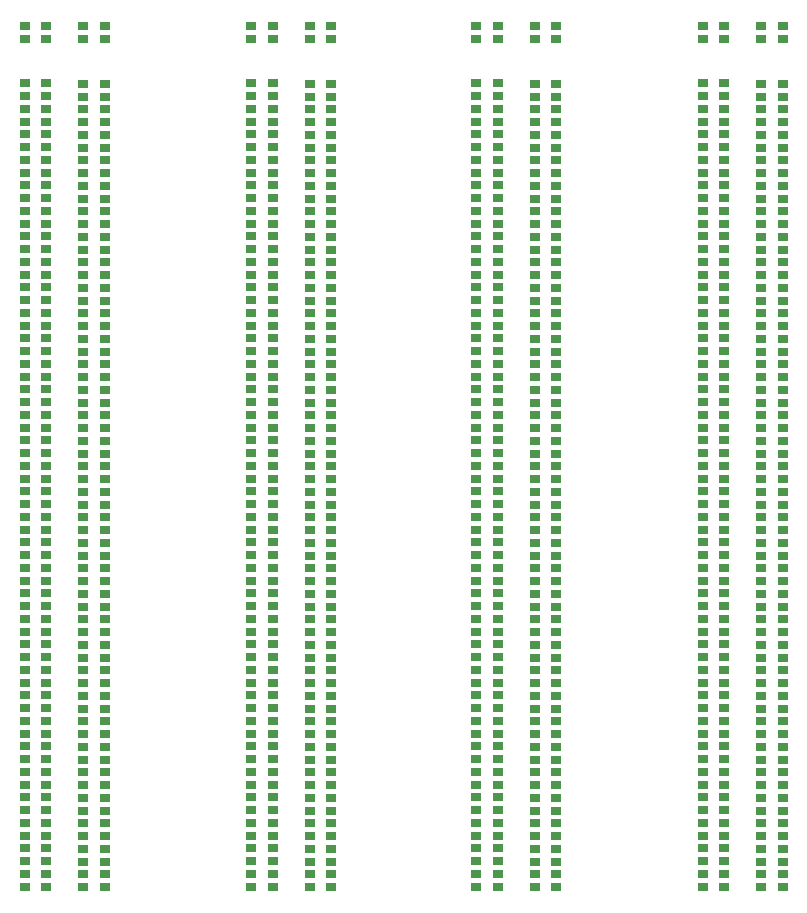
<source format=gtp>
G04 Layer: TopPasteMaskLayer*
G04 EasyEDA v6.5.29, 2023-07-18 10:38:40*
G04 9c3e5ffd6bc94b6ca845c2a892670007,5a6b42c53f6a479593ecc07194224c93,10*
G04 Gerber Generator version 0.2*
G04 Scale: 100 percent, Rotated: No, Reflected: No *
G04 Dimensions in millimeters *
G04 leading zeros omitted , absolute positions ,4 integer and 5 decimal *
%FSLAX45Y45*%
%MOMM*%

%ADD10R,0.9000X0.7000*%

%LPD*%
D10*
G01*
X3457016Y3991990D03*
G01*
X3274009Y3991990D03*
G01*
X3274009Y3881983D03*
G01*
X3457016Y3881983D03*
G01*
X3457016Y6798690D03*
G01*
X3274009Y6798690D03*
G01*
X3274009Y6688683D03*
G01*
X3457016Y6688683D03*
G01*
X3457016Y6582790D03*
G01*
X3274009Y6582790D03*
G01*
X3274009Y6472783D03*
G01*
X3457016Y6472783D03*
G01*
X3457016Y6366890D03*
G01*
X3274009Y6366890D03*
G01*
X3274009Y6256883D03*
G01*
X3457016Y6256883D03*
G01*
X3457016Y6150990D03*
G01*
X3274009Y6150990D03*
G01*
X3274009Y6040983D03*
G01*
X3457016Y6040983D03*
G01*
X3457016Y5935090D03*
G01*
X3274009Y5935090D03*
G01*
X3274009Y5825083D03*
G01*
X3457016Y5825083D03*
G01*
X3457016Y5719190D03*
G01*
X3274009Y5719190D03*
G01*
X3274009Y5609183D03*
G01*
X3457016Y5609183D03*
G01*
X3457016Y5503290D03*
G01*
X3274009Y5503290D03*
G01*
X3274009Y5393283D03*
G01*
X3457016Y5393283D03*
G01*
X3457016Y5287390D03*
G01*
X3274009Y5287390D03*
G01*
X3274009Y5177383D03*
G01*
X3457016Y5177383D03*
G01*
X3457016Y5071490D03*
G01*
X3274009Y5071490D03*
G01*
X3274009Y4961483D03*
G01*
X3457016Y4961483D03*
G01*
X3457016Y4855590D03*
G01*
X3274009Y4855590D03*
G01*
X3274009Y4745583D03*
G01*
X3457016Y4745583D03*
G01*
X3457016Y4639690D03*
G01*
X3274009Y4639690D03*
G01*
X3274009Y4529683D03*
G01*
X3457016Y4529683D03*
G01*
X3457016Y4423790D03*
G01*
X3274009Y4423790D03*
G01*
X3274009Y4313783D03*
G01*
X3457016Y4313783D03*
G01*
X3457016Y4207890D03*
G01*
X3274009Y4207890D03*
G01*
X3274009Y4097883D03*
G01*
X3457016Y4097883D03*
G01*
X3457016Y7014590D03*
G01*
X3274009Y7014590D03*
G01*
X3274009Y6904583D03*
G01*
X3457016Y6904583D03*
G01*
X3457016Y7230490D03*
G01*
X3274009Y7230490D03*
G01*
X3274009Y7120483D03*
G01*
X3457016Y7120483D03*
G01*
X3457016Y7446390D03*
G01*
X3274009Y7446390D03*
G01*
X3274009Y7336383D03*
G01*
X3457016Y7336383D03*
G01*
X3457016Y7662290D03*
G01*
X3274009Y7662290D03*
G01*
X3274009Y7552283D03*
G01*
X3457016Y7552283D03*
G01*
X3457016Y7878190D03*
G01*
X3274009Y7878190D03*
G01*
X3274009Y7768183D03*
G01*
X3457016Y7768183D03*
G01*
X3457016Y8094090D03*
G01*
X3274009Y8094090D03*
G01*
X3274009Y7984083D03*
G01*
X3457016Y7984083D03*
G01*
X3457016Y8309990D03*
G01*
X3274009Y8309990D03*
G01*
X3274009Y8199983D03*
G01*
X3457016Y8199983D03*
G01*
X3457016Y8525890D03*
G01*
X3274009Y8525890D03*
G01*
X3274009Y8415883D03*
G01*
X3457016Y8415883D03*
G01*
X3457016Y8741790D03*
G01*
X3274009Y8741790D03*
G01*
X3274009Y8631783D03*
G01*
X3457016Y8631783D03*
G01*
X3457016Y8957690D03*
G01*
X3274009Y8957690D03*
G01*
X3274009Y8847683D03*
G01*
X3457016Y8847683D03*
G01*
X3457016Y9173590D03*
G01*
X3274009Y9173590D03*
G01*
X3274009Y9063583D03*
G01*
X3457016Y9063583D03*
G01*
X3457016Y9389490D03*
G01*
X3274009Y9389490D03*
G01*
X3274009Y9279483D03*
G01*
X3457016Y9279483D03*
G01*
X3457016Y9605390D03*
G01*
X3274009Y9605390D03*
G01*
X3274009Y9495383D03*
G01*
X3457016Y9495383D03*
G01*
X3457016Y9821290D03*
G01*
X3274009Y9821290D03*
G01*
X3274009Y9711283D03*
G01*
X3457016Y9711283D03*
G01*
X3457016Y10037190D03*
G01*
X3274009Y10037190D03*
G01*
X3274009Y9927183D03*
G01*
X3457016Y9927183D03*
G01*
X3457016Y10253090D03*
G01*
X3274009Y10253090D03*
G01*
X3274009Y10143083D03*
G01*
X3457016Y10143083D03*
G01*
X3457016Y10468990D03*
G01*
X3274009Y10468990D03*
G01*
X3274009Y10358983D03*
G01*
X3457016Y10358983D03*
G01*
X3457016Y10684890D03*
G01*
X3274009Y10684890D03*
G01*
X3274009Y10574883D03*
G01*
X3457016Y10574883D03*
G01*
X3952316Y3987800D03*
G01*
X3769309Y3987800D03*
G01*
X3769309Y3877792D03*
G01*
X3952316Y3877792D03*
G01*
X3952316Y4203700D03*
G01*
X3769309Y4203700D03*
G01*
X3769309Y4093692D03*
G01*
X3952316Y4093692D03*
G01*
X3952316Y4419600D03*
G01*
X3769309Y4419600D03*
G01*
X3769309Y4309592D03*
G01*
X3952316Y4309592D03*
G01*
X3952316Y4635500D03*
G01*
X3769309Y4635500D03*
G01*
X3769309Y4525492D03*
G01*
X3952316Y4525492D03*
G01*
X3952316Y4851400D03*
G01*
X3769309Y4851400D03*
G01*
X3769309Y4741392D03*
G01*
X3952316Y4741392D03*
G01*
X3952316Y5067300D03*
G01*
X3769309Y5067300D03*
G01*
X3769309Y4957292D03*
G01*
X3952316Y4957292D03*
G01*
X3952316Y5283200D03*
G01*
X3769309Y5283200D03*
G01*
X3769309Y5173192D03*
G01*
X3952316Y5173192D03*
G01*
X3952316Y5499100D03*
G01*
X3769309Y5499100D03*
G01*
X3769309Y5389092D03*
G01*
X3952316Y5389092D03*
G01*
X3952316Y5715000D03*
G01*
X3769309Y5715000D03*
G01*
X3769309Y5604992D03*
G01*
X3952316Y5604992D03*
G01*
X3952316Y5930900D03*
G01*
X3769309Y5930900D03*
G01*
X3769309Y5820892D03*
G01*
X3952316Y5820892D03*
G01*
X3952316Y6146800D03*
G01*
X3769309Y6146800D03*
G01*
X3769309Y6036792D03*
G01*
X3952316Y6036792D03*
G01*
X3952316Y6362700D03*
G01*
X3769283Y6362700D03*
G01*
X3769309Y6252692D03*
G01*
X3952316Y6252692D03*
G01*
X3952316Y6578600D03*
G01*
X3769283Y6578600D03*
G01*
X3769309Y6468592D03*
G01*
X3952316Y6468592D03*
G01*
X3952316Y6794500D03*
G01*
X3769283Y6794500D03*
G01*
X3769309Y6684492D03*
G01*
X3952316Y6684492D03*
G01*
X3952316Y7010400D03*
G01*
X3769283Y7010400D03*
G01*
X3769309Y6900392D03*
G01*
X3952316Y6900392D03*
G01*
X3952316Y7226300D03*
G01*
X3769283Y7226300D03*
G01*
X3769309Y7116292D03*
G01*
X3952316Y7116292D03*
G01*
X3952316Y7442200D03*
G01*
X3769283Y7442200D03*
G01*
X3769309Y7332192D03*
G01*
X3952316Y7332192D03*
G01*
X3952316Y7658100D03*
G01*
X3769283Y7658100D03*
G01*
X3769309Y7548092D03*
G01*
X3952316Y7548092D03*
G01*
X3952316Y7874000D03*
G01*
X3769283Y7874000D03*
G01*
X3769309Y7763992D03*
G01*
X3952316Y7763992D03*
G01*
X3952316Y8089900D03*
G01*
X3769283Y8089900D03*
G01*
X3769309Y7979892D03*
G01*
X3952316Y7979892D03*
G01*
X3952316Y8305800D03*
G01*
X3769283Y8305800D03*
G01*
X3769309Y8195792D03*
G01*
X3952316Y8195792D03*
G01*
X3952316Y8521700D03*
G01*
X3769283Y8521700D03*
G01*
X3769309Y8411692D03*
G01*
X3952316Y8411692D03*
G01*
X3952316Y8737600D03*
G01*
X3769283Y8737600D03*
G01*
X3769309Y8627592D03*
G01*
X3952316Y8627592D03*
G01*
X3952316Y8953500D03*
G01*
X3769283Y8953500D03*
G01*
X3769309Y8843492D03*
G01*
X3952316Y8843492D03*
G01*
X3952316Y9169400D03*
G01*
X3769283Y9169400D03*
G01*
X3769309Y9059392D03*
G01*
X3952316Y9059392D03*
G01*
X3952316Y9385300D03*
G01*
X3769283Y9385300D03*
G01*
X3769309Y9275292D03*
G01*
X3952316Y9275292D03*
G01*
X3952316Y9601200D03*
G01*
X3769283Y9601200D03*
G01*
X3769309Y9491192D03*
G01*
X3952316Y9491192D03*
G01*
X3952316Y9817100D03*
G01*
X3769283Y9817100D03*
G01*
X3769309Y9707092D03*
G01*
X3952316Y9707092D03*
G01*
X3952316Y10033000D03*
G01*
X3769283Y10033000D03*
G01*
X3769309Y9922992D03*
G01*
X3952316Y9922992D03*
G01*
X3952316Y10248900D03*
G01*
X3769283Y10248900D03*
G01*
X3769309Y10138892D03*
G01*
X3952316Y10138892D03*
G01*
X3952316Y10464800D03*
G01*
X3769283Y10464800D03*
G01*
X3769309Y10354792D03*
G01*
X3952316Y10354792D03*
G01*
X3952316Y10680700D03*
G01*
X3769283Y10680700D03*
G01*
X3769309Y10570692D03*
G01*
X3952316Y10570692D03*
G01*
X3457016Y11167490D03*
G01*
X3274009Y11167490D03*
G01*
X3274009Y11057483D03*
G01*
X3457016Y11057483D03*
G01*
X3952316Y11167490D03*
G01*
X3769309Y11167490D03*
G01*
X3769309Y11057483D03*
G01*
X3952316Y11057483D03*
G01*
X5362016Y3991990D03*
G01*
X5179009Y3991990D03*
G01*
X5179009Y3881983D03*
G01*
X5362016Y3881983D03*
G01*
X5362016Y6798690D03*
G01*
X5179009Y6798690D03*
G01*
X5179009Y6688683D03*
G01*
X5362016Y6688683D03*
G01*
X5362016Y6582790D03*
G01*
X5179009Y6582790D03*
G01*
X5179009Y6472783D03*
G01*
X5362016Y6472783D03*
G01*
X5362016Y6366890D03*
G01*
X5179009Y6366890D03*
G01*
X5179009Y6256883D03*
G01*
X5362016Y6256883D03*
G01*
X5362016Y6150990D03*
G01*
X5179009Y6150990D03*
G01*
X5179009Y6040983D03*
G01*
X5362016Y6040983D03*
G01*
X5362016Y5935090D03*
G01*
X5179009Y5935090D03*
G01*
X5179009Y5825083D03*
G01*
X5362016Y5825083D03*
G01*
X5362016Y5719190D03*
G01*
X5179009Y5719190D03*
G01*
X5179009Y5609183D03*
G01*
X5362016Y5609183D03*
G01*
X5362016Y5503290D03*
G01*
X5179009Y5503290D03*
G01*
X5179009Y5393283D03*
G01*
X5362016Y5393283D03*
G01*
X5362016Y5287390D03*
G01*
X5179009Y5287390D03*
G01*
X5179009Y5177383D03*
G01*
X5362016Y5177383D03*
G01*
X5362016Y5071490D03*
G01*
X5179009Y5071490D03*
G01*
X5179009Y4961483D03*
G01*
X5362016Y4961483D03*
G01*
X5362016Y4855590D03*
G01*
X5179009Y4855590D03*
G01*
X5179009Y4745583D03*
G01*
X5362016Y4745583D03*
G01*
X5362016Y4639690D03*
G01*
X5179009Y4639690D03*
G01*
X5179009Y4529683D03*
G01*
X5362016Y4529683D03*
G01*
X5362016Y4423790D03*
G01*
X5179009Y4423790D03*
G01*
X5179009Y4313783D03*
G01*
X5362016Y4313783D03*
G01*
X5362016Y4207890D03*
G01*
X5179009Y4207890D03*
G01*
X5179009Y4097883D03*
G01*
X5362016Y4097883D03*
G01*
X5362016Y7014590D03*
G01*
X5179009Y7014590D03*
G01*
X5179009Y6904583D03*
G01*
X5362016Y6904583D03*
G01*
X5362016Y7230490D03*
G01*
X5179009Y7230490D03*
G01*
X5179009Y7120483D03*
G01*
X5362016Y7120483D03*
G01*
X5362016Y7446390D03*
G01*
X5179009Y7446390D03*
G01*
X5179009Y7336383D03*
G01*
X5362016Y7336383D03*
G01*
X5362016Y7662290D03*
G01*
X5179009Y7662290D03*
G01*
X5179009Y7552283D03*
G01*
X5362016Y7552283D03*
G01*
X5362016Y7878190D03*
G01*
X5179009Y7878190D03*
G01*
X5179009Y7768183D03*
G01*
X5362016Y7768183D03*
G01*
X5362016Y8094090D03*
G01*
X5179009Y8094090D03*
G01*
X5179009Y7984083D03*
G01*
X5362016Y7984083D03*
G01*
X5362016Y8309990D03*
G01*
X5179009Y8309990D03*
G01*
X5179009Y8199983D03*
G01*
X5362016Y8199983D03*
G01*
X5362016Y8525890D03*
G01*
X5179009Y8525890D03*
G01*
X5179009Y8415883D03*
G01*
X5362016Y8415883D03*
G01*
X5362016Y8741790D03*
G01*
X5179009Y8741790D03*
G01*
X5179009Y8631783D03*
G01*
X5362016Y8631783D03*
G01*
X5362016Y8957690D03*
G01*
X5179009Y8957690D03*
G01*
X5179009Y8847683D03*
G01*
X5362016Y8847683D03*
G01*
X5362016Y9173590D03*
G01*
X5179009Y9173590D03*
G01*
X5179009Y9063583D03*
G01*
X5362016Y9063583D03*
G01*
X5362016Y9389490D03*
G01*
X5179009Y9389490D03*
G01*
X5179009Y9279483D03*
G01*
X5362016Y9279483D03*
G01*
X5362016Y9605390D03*
G01*
X5179009Y9605390D03*
G01*
X5179009Y9495383D03*
G01*
X5362016Y9495383D03*
G01*
X5362016Y9821290D03*
G01*
X5179009Y9821290D03*
G01*
X5179009Y9711283D03*
G01*
X5362016Y9711283D03*
G01*
X5362016Y10037190D03*
G01*
X5179009Y10037190D03*
G01*
X5179009Y9927183D03*
G01*
X5362016Y9927183D03*
G01*
X5362016Y10253090D03*
G01*
X5179009Y10253090D03*
G01*
X5179009Y10143083D03*
G01*
X5362016Y10143083D03*
G01*
X5362016Y10468990D03*
G01*
X5179009Y10468990D03*
G01*
X5179009Y10358983D03*
G01*
X5362016Y10358983D03*
G01*
X5362016Y10684890D03*
G01*
X5179009Y10684890D03*
G01*
X5179009Y10574883D03*
G01*
X5362016Y10574883D03*
G01*
X5857316Y3987800D03*
G01*
X5674309Y3987800D03*
G01*
X5674309Y3877792D03*
G01*
X5857316Y3877792D03*
G01*
X5857316Y4203700D03*
G01*
X5674309Y4203700D03*
G01*
X5674309Y4093692D03*
G01*
X5857316Y4093692D03*
G01*
X5857316Y4419600D03*
G01*
X5674309Y4419600D03*
G01*
X5674309Y4309592D03*
G01*
X5857316Y4309592D03*
G01*
X5857316Y4635500D03*
G01*
X5674309Y4635500D03*
G01*
X5674309Y4525492D03*
G01*
X5857316Y4525492D03*
G01*
X5857316Y4851400D03*
G01*
X5674309Y4851400D03*
G01*
X5674309Y4741392D03*
G01*
X5857316Y4741392D03*
G01*
X5857316Y5067300D03*
G01*
X5674309Y5067300D03*
G01*
X5674309Y4957292D03*
G01*
X5857316Y4957292D03*
G01*
X5857316Y5283200D03*
G01*
X5674309Y5283200D03*
G01*
X5674309Y5173192D03*
G01*
X5857316Y5173192D03*
G01*
X5857316Y5499100D03*
G01*
X5674309Y5499100D03*
G01*
X5674309Y5389092D03*
G01*
X5857316Y5389092D03*
G01*
X5857316Y5715000D03*
G01*
X5674309Y5715000D03*
G01*
X5674309Y5604992D03*
G01*
X5857316Y5604992D03*
G01*
X5857316Y5930900D03*
G01*
X5674309Y5930900D03*
G01*
X5674309Y5820892D03*
G01*
X5857316Y5820892D03*
G01*
X5857316Y6146800D03*
G01*
X5674309Y6146800D03*
G01*
X5674309Y6036792D03*
G01*
X5857316Y6036792D03*
G01*
X5857316Y6362700D03*
G01*
X5674283Y6362700D03*
G01*
X5674309Y6252692D03*
G01*
X5857316Y6252692D03*
G01*
X5857316Y6578600D03*
G01*
X5674283Y6578600D03*
G01*
X5674309Y6468592D03*
G01*
X5857316Y6468592D03*
G01*
X5857316Y6794500D03*
G01*
X5674283Y6794500D03*
G01*
X5674309Y6684492D03*
G01*
X5857316Y6684492D03*
G01*
X5857316Y7010400D03*
G01*
X5674283Y7010400D03*
G01*
X5674309Y6900392D03*
G01*
X5857316Y6900392D03*
G01*
X5857316Y7226300D03*
G01*
X5674283Y7226300D03*
G01*
X5674309Y7116292D03*
G01*
X5857316Y7116292D03*
G01*
X5857316Y7442200D03*
G01*
X5674283Y7442200D03*
G01*
X5674309Y7332192D03*
G01*
X5857316Y7332192D03*
G01*
X5857316Y7658100D03*
G01*
X5674283Y7658100D03*
G01*
X5674309Y7548092D03*
G01*
X5857316Y7548092D03*
G01*
X5857316Y7874000D03*
G01*
X5674283Y7874000D03*
G01*
X5674309Y7763992D03*
G01*
X5857316Y7763992D03*
G01*
X5857316Y8089900D03*
G01*
X5674283Y8089900D03*
G01*
X5674309Y7979892D03*
G01*
X5857316Y7979892D03*
G01*
X5857316Y8305800D03*
G01*
X5674283Y8305800D03*
G01*
X5674309Y8195792D03*
G01*
X5857316Y8195792D03*
G01*
X5857316Y8521700D03*
G01*
X5674283Y8521700D03*
G01*
X5674309Y8411692D03*
G01*
X5857316Y8411692D03*
G01*
X5857316Y8737600D03*
G01*
X5674283Y8737600D03*
G01*
X5674309Y8627592D03*
G01*
X5857316Y8627592D03*
G01*
X5857316Y8953500D03*
G01*
X5674283Y8953500D03*
G01*
X5674309Y8843492D03*
G01*
X5857316Y8843492D03*
G01*
X5857316Y9169400D03*
G01*
X5674283Y9169400D03*
G01*
X5674309Y9059392D03*
G01*
X5857316Y9059392D03*
G01*
X5857316Y9385300D03*
G01*
X5674283Y9385300D03*
G01*
X5674309Y9275292D03*
G01*
X5857316Y9275292D03*
G01*
X5857316Y9601200D03*
G01*
X5674283Y9601200D03*
G01*
X5674309Y9491192D03*
G01*
X5857316Y9491192D03*
G01*
X5857316Y9817100D03*
G01*
X5674283Y9817100D03*
G01*
X5674309Y9707092D03*
G01*
X5857316Y9707092D03*
G01*
X5857316Y10033000D03*
G01*
X5674283Y10033000D03*
G01*
X5674309Y9922992D03*
G01*
X5857316Y9922992D03*
G01*
X5857316Y10248900D03*
G01*
X5674283Y10248900D03*
G01*
X5674309Y10138892D03*
G01*
X5857316Y10138892D03*
G01*
X5857316Y10464800D03*
G01*
X5674283Y10464800D03*
G01*
X5674309Y10354792D03*
G01*
X5857316Y10354792D03*
G01*
X5857316Y10680700D03*
G01*
X5674283Y10680700D03*
G01*
X5674309Y10570692D03*
G01*
X5857316Y10570692D03*
G01*
X5362016Y11167490D03*
G01*
X5179009Y11167490D03*
G01*
X5179009Y11057483D03*
G01*
X5362016Y11057483D03*
G01*
X5857316Y11167490D03*
G01*
X5674309Y11167490D03*
G01*
X5674309Y11057483D03*
G01*
X5857316Y11057483D03*
G01*
X7279716Y3991990D03*
G01*
X7096709Y3991990D03*
G01*
X7096709Y3881983D03*
G01*
X7279716Y3881983D03*
G01*
X7279716Y6798690D03*
G01*
X7096709Y6798690D03*
G01*
X7096709Y6688683D03*
G01*
X7279716Y6688683D03*
G01*
X7279716Y6582790D03*
G01*
X7096709Y6582790D03*
G01*
X7096709Y6472783D03*
G01*
X7279716Y6472783D03*
G01*
X7279716Y6366890D03*
G01*
X7096709Y6366890D03*
G01*
X7096709Y6256883D03*
G01*
X7279716Y6256883D03*
G01*
X7279716Y6150990D03*
G01*
X7096709Y6150990D03*
G01*
X7096709Y6040983D03*
G01*
X7279716Y6040983D03*
G01*
X7279716Y5935090D03*
G01*
X7096709Y5935090D03*
G01*
X7096709Y5825083D03*
G01*
X7279716Y5825083D03*
G01*
X7279716Y5719190D03*
G01*
X7096709Y5719190D03*
G01*
X7096709Y5609183D03*
G01*
X7279716Y5609183D03*
G01*
X7279716Y5503290D03*
G01*
X7096709Y5503290D03*
G01*
X7096709Y5393283D03*
G01*
X7279716Y5393283D03*
G01*
X7279716Y5287390D03*
G01*
X7096709Y5287390D03*
G01*
X7096709Y5177383D03*
G01*
X7279716Y5177383D03*
G01*
X7279716Y5071490D03*
G01*
X7096709Y5071490D03*
G01*
X7096709Y4961483D03*
G01*
X7279716Y4961483D03*
G01*
X7279716Y4855590D03*
G01*
X7096709Y4855590D03*
G01*
X7096709Y4745583D03*
G01*
X7279716Y4745583D03*
G01*
X7279716Y4639690D03*
G01*
X7096709Y4639690D03*
G01*
X7096709Y4529683D03*
G01*
X7279716Y4529683D03*
G01*
X7279716Y4423790D03*
G01*
X7096709Y4423790D03*
G01*
X7096709Y4313783D03*
G01*
X7279716Y4313783D03*
G01*
X7279716Y4207890D03*
G01*
X7096709Y4207890D03*
G01*
X7096709Y4097883D03*
G01*
X7279716Y4097883D03*
G01*
X7279716Y7014590D03*
G01*
X7096709Y7014590D03*
G01*
X7096709Y6904583D03*
G01*
X7279716Y6904583D03*
G01*
X7279716Y7230490D03*
G01*
X7096709Y7230490D03*
G01*
X7096709Y7120483D03*
G01*
X7279716Y7120483D03*
G01*
X7279716Y7446390D03*
G01*
X7096709Y7446390D03*
G01*
X7096709Y7336383D03*
G01*
X7279716Y7336383D03*
G01*
X7279716Y7662290D03*
G01*
X7096709Y7662290D03*
G01*
X7096709Y7552283D03*
G01*
X7279716Y7552283D03*
G01*
X7279716Y7878190D03*
G01*
X7096709Y7878190D03*
G01*
X7096709Y7768183D03*
G01*
X7279716Y7768183D03*
G01*
X7279716Y8094090D03*
G01*
X7096709Y8094090D03*
G01*
X7096709Y7984083D03*
G01*
X7279716Y7984083D03*
G01*
X7279716Y8309990D03*
G01*
X7096709Y8309990D03*
G01*
X7096709Y8199983D03*
G01*
X7279716Y8199983D03*
G01*
X7279716Y8525890D03*
G01*
X7096709Y8525890D03*
G01*
X7096709Y8415883D03*
G01*
X7279716Y8415883D03*
G01*
X7279716Y8741790D03*
G01*
X7096709Y8741790D03*
G01*
X7096709Y8631783D03*
G01*
X7279716Y8631783D03*
G01*
X7279716Y8957690D03*
G01*
X7096709Y8957690D03*
G01*
X7096709Y8847683D03*
G01*
X7279716Y8847683D03*
G01*
X7279716Y9173590D03*
G01*
X7096709Y9173590D03*
G01*
X7096709Y9063583D03*
G01*
X7279716Y9063583D03*
G01*
X7279716Y9389490D03*
G01*
X7096709Y9389490D03*
G01*
X7096709Y9279483D03*
G01*
X7279716Y9279483D03*
G01*
X7279716Y9605390D03*
G01*
X7096709Y9605390D03*
G01*
X7096709Y9495383D03*
G01*
X7279716Y9495383D03*
G01*
X7279716Y9821290D03*
G01*
X7096709Y9821290D03*
G01*
X7096709Y9711283D03*
G01*
X7279716Y9711283D03*
G01*
X7279716Y10037190D03*
G01*
X7096709Y10037190D03*
G01*
X7096709Y9927183D03*
G01*
X7279716Y9927183D03*
G01*
X7279716Y10253090D03*
G01*
X7096709Y10253090D03*
G01*
X7096709Y10143083D03*
G01*
X7279716Y10143083D03*
G01*
X7279716Y10468990D03*
G01*
X7096709Y10468990D03*
G01*
X7096709Y10358983D03*
G01*
X7279716Y10358983D03*
G01*
X7279716Y10684890D03*
G01*
X7096709Y10684890D03*
G01*
X7096709Y10574883D03*
G01*
X7279716Y10574883D03*
G01*
X7775016Y3987800D03*
G01*
X7592009Y3987800D03*
G01*
X7592009Y3877792D03*
G01*
X7775016Y3877792D03*
G01*
X7775016Y4203700D03*
G01*
X7592009Y4203700D03*
G01*
X7592009Y4093692D03*
G01*
X7775016Y4093692D03*
G01*
X7775016Y4419600D03*
G01*
X7592009Y4419600D03*
G01*
X7592009Y4309592D03*
G01*
X7775016Y4309592D03*
G01*
X7775016Y4635500D03*
G01*
X7592009Y4635500D03*
G01*
X7592009Y4525492D03*
G01*
X7775016Y4525492D03*
G01*
X7775016Y4851400D03*
G01*
X7592009Y4851400D03*
G01*
X7592009Y4741392D03*
G01*
X7775016Y4741392D03*
G01*
X7775016Y5067300D03*
G01*
X7592009Y5067300D03*
G01*
X7592009Y4957292D03*
G01*
X7775016Y4957292D03*
G01*
X7775016Y5283200D03*
G01*
X7592009Y5283200D03*
G01*
X7592009Y5173192D03*
G01*
X7775016Y5173192D03*
G01*
X7775016Y5499100D03*
G01*
X7592009Y5499100D03*
G01*
X7592009Y5389092D03*
G01*
X7775016Y5389092D03*
G01*
X7775016Y5715000D03*
G01*
X7592009Y5715000D03*
G01*
X7592009Y5604992D03*
G01*
X7775016Y5604992D03*
G01*
X7775016Y5930900D03*
G01*
X7592009Y5930900D03*
G01*
X7592009Y5820892D03*
G01*
X7775016Y5820892D03*
G01*
X7775016Y6146800D03*
G01*
X7592009Y6146800D03*
G01*
X7592009Y6036792D03*
G01*
X7775016Y6036792D03*
G01*
X7775016Y6362700D03*
G01*
X7591983Y6362700D03*
G01*
X7592009Y6252692D03*
G01*
X7775016Y6252692D03*
G01*
X7775016Y6578600D03*
G01*
X7591983Y6578600D03*
G01*
X7592009Y6468592D03*
G01*
X7775016Y6468592D03*
G01*
X7775016Y6794500D03*
G01*
X7591983Y6794500D03*
G01*
X7592009Y6684492D03*
G01*
X7775016Y6684492D03*
G01*
X7775016Y7010400D03*
G01*
X7591983Y7010400D03*
G01*
X7592009Y6900392D03*
G01*
X7775016Y6900392D03*
G01*
X7775016Y7226300D03*
G01*
X7591983Y7226300D03*
G01*
X7592009Y7116292D03*
G01*
X7775016Y7116292D03*
G01*
X7775016Y7442200D03*
G01*
X7591983Y7442200D03*
G01*
X7592009Y7332192D03*
G01*
X7775016Y7332192D03*
G01*
X7775016Y7658100D03*
G01*
X7591983Y7658100D03*
G01*
X7592009Y7548092D03*
G01*
X7775016Y7548092D03*
G01*
X7775016Y7874000D03*
G01*
X7591983Y7874000D03*
G01*
X7592009Y7763992D03*
G01*
X7775016Y7763992D03*
G01*
X7775016Y8089900D03*
G01*
X7591983Y8089900D03*
G01*
X7592009Y7979892D03*
G01*
X7775016Y7979892D03*
G01*
X7775016Y8305800D03*
G01*
X7591983Y8305800D03*
G01*
X7592009Y8195792D03*
G01*
X7775016Y8195792D03*
G01*
X7775016Y8521700D03*
G01*
X7591983Y8521700D03*
G01*
X7592009Y8411692D03*
G01*
X7775016Y8411692D03*
G01*
X7775016Y8737600D03*
G01*
X7591983Y8737600D03*
G01*
X7592009Y8627592D03*
G01*
X7775016Y8627592D03*
G01*
X7775016Y8953500D03*
G01*
X7591983Y8953500D03*
G01*
X7592009Y8843492D03*
G01*
X7775016Y8843492D03*
G01*
X7775016Y9169400D03*
G01*
X7591983Y9169400D03*
G01*
X7592009Y9059392D03*
G01*
X7775016Y9059392D03*
G01*
X7775016Y9385300D03*
G01*
X7591983Y9385300D03*
G01*
X7592009Y9275292D03*
G01*
X7775016Y9275292D03*
G01*
X7775016Y9601200D03*
G01*
X7591983Y9601200D03*
G01*
X7592009Y9491192D03*
G01*
X7775016Y9491192D03*
G01*
X7775016Y9817100D03*
G01*
X7591983Y9817100D03*
G01*
X7592009Y9707092D03*
G01*
X7775016Y9707092D03*
G01*
X7775016Y10033000D03*
G01*
X7591983Y10033000D03*
G01*
X7592009Y9922992D03*
G01*
X7775016Y9922992D03*
G01*
X7775016Y10248900D03*
G01*
X7591983Y10248900D03*
G01*
X7592009Y10138892D03*
G01*
X7775016Y10138892D03*
G01*
X7775016Y10464800D03*
G01*
X7591983Y10464800D03*
G01*
X7592009Y10354792D03*
G01*
X7775016Y10354792D03*
G01*
X7775016Y10680700D03*
G01*
X7591983Y10680700D03*
G01*
X7592009Y10570692D03*
G01*
X7775016Y10570692D03*
G01*
X7279716Y11167490D03*
G01*
X7096709Y11167490D03*
G01*
X7096709Y11057483D03*
G01*
X7279716Y11057483D03*
G01*
X7775016Y11167490D03*
G01*
X7592009Y11167490D03*
G01*
X7592009Y11057483D03*
G01*
X7775016Y11057483D03*
G01*
X1539316Y3991990D03*
G01*
X1356309Y3991990D03*
G01*
X1356309Y3881983D03*
G01*
X1539316Y3881983D03*
G01*
X1539316Y6798690D03*
G01*
X1356309Y6798690D03*
G01*
X1356309Y6688683D03*
G01*
X1539316Y6688683D03*
G01*
X1539316Y6582790D03*
G01*
X1356309Y6582790D03*
G01*
X1356309Y6472783D03*
G01*
X1539316Y6472783D03*
G01*
X1539316Y6366890D03*
G01*
X1356309Y6366890D03*
G01*
X1356309Y6256883D03*
G01*
X1539316Y6256883D03*
G01*
X1539316Y6150990D03*
G01*
X1356309Y6150990D03*
G01*
X1356309Y6040983D03*
G01*
X1539316Y6040983D03*
G01*
X1539316Y5935090D03*
G01*
X1356309Y5935090D03*
G01*
X1356309Y5825083D03*
G01*
X1539316Y5825083D03*
G01*
X1539316Y5719190D03*
G01*
X1356309Y5719190D03*
G01*
X1356309Y5609183D03*
G01*
X1539316Y5609183D03*
G01*
X1539316Y5503290D03*
G01*
X1356309Y5503290D03*
G01*
X1356309Y5393283D03*
G01*
X1539316Y5393283D03*
G01*
X1539316Y5287390D03*
G01*
X1356309Y5287390D03*
G01*
X1356309Y5177383D03*
G01*
X1539316Y5177383D03*
G01*
X1539316Y5071490D03*
G01*
X1356309Y5071490D03*
G01*
X1356309Y4961483D03*
G01*
X1539316Y4961483D03*
G01*
X1539316Y4855590D03*
G01*
X1356309Y4855590D03*
G01*
X1356309Y4745583D03*
G01*
X1539316Y4745583D03*
G01*
X1539316Y4639690D03*
G01*
X1356309Y4639690D03*
G01*
X1356309Y4529683D03*
G01*
X1539316Y4529683D03*
G01*
X1539316Y4423790D03*
G01*
X1356309Y4423790D03*
G01*
X1356309Y4313783D03*
G01*
X1539316Y4313783D03*
G01*
X1539316Y4207890D03*
G01*
X1356309Y4207890D03*
G01*
X1356309Y4097883D03*
G01*
X1539316Y4097883D03*
G01*
X1539316Y7014590D03*
G01*
X1356309Y7014590D03*
G01*
X1356309Y6904583D03*
G01*
X1539316Y6904583D03*
G01*
X1539316Y7230490D03*
G01*
X1356309Y7230490D03*
G01*
X1356309Y7120483D03*
G01*
X1539316Y7120483D03*
G01*
X1539316Y7446390D03*
G01*
X1356309Y7446390D03*
G01*
X1356309Y7336383D03*
G01*
X1539316Y7336383D03*
G01*
X1539316Y7662290D03*
G01*
X1356309Y7662290D03*
G01*
X1356309Y7552283D03*
G01*
X1539316Y7552283D03*
G01*
X1539316Y7878190D03*
G01*
X1356309Y7878190D03*
G01*
X1356309Y7768183D03*
G01*
X1539316Y7768183D03*
G01*
X1539316Y8094090D03*
G01*
X1356309Y8094090D03*
G01*
X1356309Y7984083D03*
G01*
X1539316Y7984083D03*
G01*
X1539316Y8309990D03*
G01*
X1356309Y8309990D03*
G01*
X1356309Y8199983D03*
G01*
X1539316Y8199983D03*
G01*
X1539316Y8525890D03*
G01*
X1356309Y8525890D03*
G01*
X1356309Y8415883D03*
G01*
X1539316Y8415883D03*
G01*
X1539316Y8741790D03*
G01*
X1356309Y8741790D03*
G01*
X1356309Y8631783D03*
G01*
X1539316Y8631783D03*
G01*
X1539316Y8957690D03*
G01*
X1356309Y8957690D03*
G01*
X1356309Y8847683D03*
G01*
X1539316Y8847683D03*
G01*
X1539316Y9173590D03*
G01*
X1356309Y9173590D03*
G01*
X1356309Y9063583D03*
G01*
X1539316Y9063583D03*
G01*
X1539316Y9389490D03*
G01*
X1356309Y9389490D03*
G01*
X1356309Y9279483D03*
G01*
X1539316Y9279483D03*
G01*
X1539316Y9605390D03*
G01*
X1356309Y9605390D03*
G01*
X1356309Y9495383D03*
G01*
X1539316Y9495383D03*
G01*
X1539316Y9821290D03*
G01*
X1356309Y9821290D03*
G01*
X1356309Y9711283D03*
G01*
X1539316Y9711283D03*
G01*
X1539316Y10037190D03*
G01*
X1356309Y10037190D03*
G01*
X1356309Y9927183D03*
G01*
X1539316Y9927183D03*
G01*
X1539316Y10253090D03*
G01*
X1356309Y10253090D03*
G01*
X1356309Y10143083D03*
G01*
X1539316Y10143083D03*
G01*
X1539316Y10468990D03*
G01*
X1356309Y10468990D03*
G01*
X1356309Y10358983D03*
G01*
X1539316Y10358983D03*
G01*
X1539316Y10684890D03*
G01*
X1356309Y10684890D03*
G01*
X1356309Y10574883D03*
G01*
X1539316Y10574883D03*
G01*
X2034616Y3987800D03*
G01*
X1851609Y3987800D03*
G01*
X1851609Y3877792D03*
G01*
X2034616Y3877792D03*
G01*
X2034616Y4203700D03*
G01*
X1851609Y4203700D03*
G01*
X1851609Y4093692D03*
G01*
X2034616Y4093692D03*
G01*
X2034616Y4419600D03*
G01*
X1851609Y4419600D03*
G01*
X1851609Y4309592D03*
G01*
X2034616Y4309592D03*
G01*
X2034616Y4635500D03*
G01*
X1851609Y4635500D03*
G01*
X1851609Y4525492D03*
G01*
X2034616Y4525492D03*
G01*
X2034616Y4851400D03*
G01*
X1851609Y4851400D03*
G01*
X1851609Y4741392D03*
G01*
X2034616Y4741392D03*
G01*
X2034616Y5067300D03*
G01*
X1851609Y5067300D03*
G01*
X1851609Y4957292D03*
G01*
X2034616Y4957292D03*
G01*
X2034616Y5283200D03*
G01*
X1851609Y5283200D03*
G01*
X1851609Y5173192D03*
G01*
X2034616Y5173192D03*
G01*
X2034616Y5499100D03*
G01*
X1851609Y5499100D03*
G01*
X1851609Y5389092D03*
G01*
X2034616Y5389092D03*
G01*
X2034616Y5715000D03*
G01*
X1851609Y5715000D03*
G01*
X1851609Y5604992D03*
G01*
X2034616Y5604992D03*
G01*
X2034616Y5930900D03*
G01*
X1851609Y5930900D03*
G01*
X1851609Y5820892D03*
G01*
X2034616Y5820892D03*
G01*
X2034616Y6146800D03*
G01*
X1851609Y6146800D03*
G01*
X1851609Y6036792D03*
G01*
X2034616Y6036792D03*
G01*
X2034616Y6362700D03*
G01*
X1851583Y6362700D03*
G01*
X1851609Y6252692D03*
G01*
X2034616Y6252692D03*
G01*
X2034616Y6578600D03*
G01*
X1851583Y6578600D03*
G01*
X1851609Y6468592D03*
G01*
X2034616Y6468592D03*
G01*
X2034616Y6794500D03*
G01*
X1851583Y6794500D03*
G01*
X1851609Y6684492D03*
G01*
X2034616Y6684492D03*
G01*
X2034616Y7010400D03*
G01*
X1851583Y7010400D03*
G01*
X1851609Y6900392D03*
G01*
X2034616Y6900392D03*
G01*
X2034616Y7226300D03*
G01*
X1851583Y7226300D03*
G01*
X1851609Y7116292D03*
G01*
X2034616Y7116292D03*
G01*
X2034616Y7442200D03*
G01*
X1851583Y7442200D03*
G01*
X1851609Y7332192D03*
G01*
X2034616Y7332192D03*
G01*
X2034616Y7658100D03*
G01*
X1851583Y7658100D03*
G01*
X1851609Y7548092D03*
G01*
X2034616Y7548092D03*
G01*
X2034616Y7874000D03*
G01*
X1851583Y7874000D03*
G01*
X1851609Y7763992D03*
G01*
X2034616Y7763992D03*
G01*
X2034616Y8089900D03*
G01*
X1851583Y8089900D03*
G01*
X1851609Y7979892D03*
G01*
X2034616Y7979892D03*
G01*
X2034616Y8305800D03*
G01*
X1851583Y8305800D03*
G01*
X1851609Y8195792D03*
G01*
X2034616Y8195792D03*
G01*
X2034616Y8521700D03*
G01*
X1851583Y8521700D03*
G01*
X1851609Y8411692D03*
G01*
X2034616Y8411692D03*
G01*
X2034616Y8737600D03*
G01*
X1851583Y8737600D03*
G01*
X1851609Y8627592D03*
G01*
X2034616Y8627592D03*
G01*
X2034616Y8953500D03*
G01*
X1851583Y8953500D03*
G01*
X1851609Y8843492D03*
G01*
X2034616Y8843492D03*
G01*
X2034616Y9169400D03*
G01*
X1851583Y9169400D03*
G01*
X1851609Y9059392D03*
G01*
X2034616Y9059392D03*
G01*
X2034616Y9385300D03*
G01*
X1851583Y9385300D03*
G01*
X1851609Y9275292D03*
G01*
X2034616Y9275292D03*
G01*
X2034616Y9601200D03*
G01*
X1851583Y9601200D03*
G01*
X1851609Y9491192D03*
G01*
X2034616Y9491192D03*
G01*
X2034616Y9817100D03*
G01*
X1851583Y9817100D03*
G01*
X1851609Y9707092D03*
G01*
X2034616Y9707092D03*
G01*
X2034616Y10033000D03*
G01*
X1851583Y10033000D03*
G01*
X1851609Y9922992D03*
G01*
X2034616Y9922992D03*
G01*
X2034616Y10248900D03*
G01*
X1851583Y10248900D03*
G01*
X1851609Y10138892D03*
G01*
X2034616Y10138892D03*
G01*
X2034616Y10464800D03*
G01*
X1851583Y10464800D03*
G01*
X1851609Y10354792D03*
G01*
X2034616Y10354792D03*
G01*
X2034616Y10680700D03*
G01*
X1851583Y10680700D03*
G01*
X1851609Y10570692D03*
G01*
X2034616Y10570692D03*
G01*
X1539316Y11167490D03*
G01*
X1356309Y11167490D03*
G01*
X1356309Y11057483D03*
G01*
X1539316Y11057483D03*
G01*
X2034616Y11167490D03*
G01*
X1851609Y11167490D03*
G01*
X1851609Y11057483D03*
G01*
X2034616Y11057483D03*
M02*

</source>
